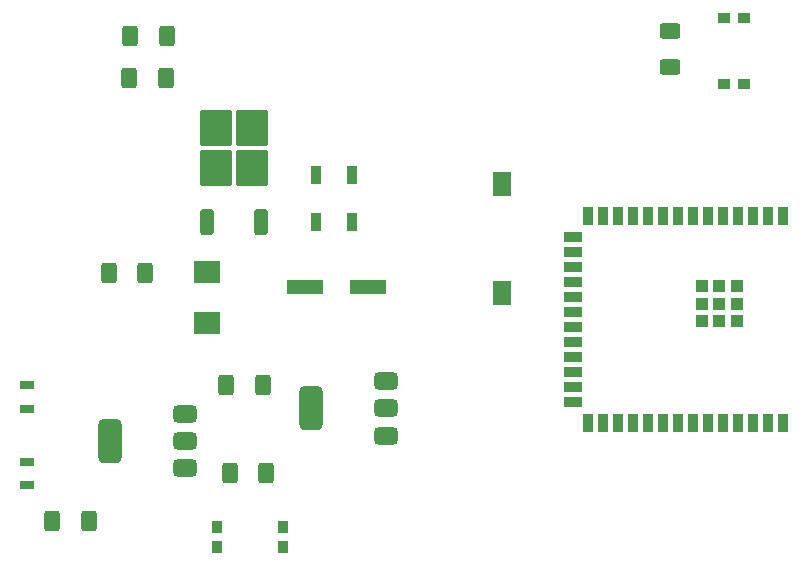
<source format=gbr>
%TF.GenerationSoftware,KiCad,Pcbnew,8.0.6*%
%TF.CreationDate,2024-11-07T12:24:51-05:00*%
%TF.ProjectId,ESP32-Uno-Board-v2,45535033-322d-4556-9e6f-2d426f617264,rev?*%
%TF.SameCoordinates,Original*%
%TF.FileFunction,Paste,Top*%
%TF.FilePolarity,Positive*%
%FSLAX46Y46*%
G04 Gerber Fmt 4.6, Leading zero omitted, Abs format (unit mm)*
G04 Created by KiCad (PCBNEW 8.0.6) date 2024-11-07 12:24:51*
%MOMM*%
%LPD*%
G01*
G04 APERTURE LIST*
G04 Aperture macros list*
%AMRoundRect*
0 Rectangle with rounded corners*
0 $1 Rounding radius*
0 $2 $3 $4 $5 $6 $7 $8 $9 X,Y pos of 4 corners*
0 Add a 4 corners polygon primitive as box body*
4,1,4,$2,$3,$4,$5,$6,$7,$8,$9,$2,$3,0*
0 Add four circle primitives for the rounded corners*
1,1,$1+$1,$2,$3*
1,1,$1+$1,$4,$5*
1,1,$1+$1,$6,$7*
1,1,$1+$1,$8,$9*
0 Add four rect primitives between the rounded corners*
20,1,$1+$1,$2,$3,$4,$5,0*
20,1,$1+$1,$4,$5,$6,$7,0*
20,1,$1+$1,$6,$7,$8,$9,0*
20,1,$1+$1,$8,$9,$2,$3,0*%
G04 Aperture macros list end*
%ADD10R,0.855600X1.600000*%
%ADD11RoundRect,0.250000X0.350000X-0.850000X0.350000X0.850000X-0.350000X0.850000X-0.350000X-0.850000X0*%
%ADD12RoundRect,0.250000X1.125000X-1.275000X1.125000X1.275000X-1.125000X1.275000X-1.125000X-1.275000X0*%
%ADD13RoundRect,0.250000X0.400000X0.625000X-0.400000X0.625000X-0.400000X-0.625000X0.400000X-0.625000X0*%
%ADD14R,1.244600X0.711200*%
%ADD15R,3.149600X1.219200*%
%ADD16R,1.600200X2.108200*%
%ADD17RoundRect,0.250000X0.625000X-0.400000X0.625000X0.400000X-0.625000X0.400000X-0.625000X-0.400000X0*%
%ADD18RoundRect,0.375000X0.625000X0.375000X-0.625000X0.375000X-0.625000X-0.375000X0.625000X-0.375000X0*%
%ADD19RoundRect,0.500000X0.500000X1.400000X-0.500000X1.400000X-0.500000X-1.400000X0.500000X-1.400000X0*%
%ADD20R,0.838200X0.990600*%
%ADD21RoundRect,0.250000X-0.400000X-0.625000X0.400000X-0.625000X0.400000X0.625000X-0.400000X0.625000X0*%
%ADD22R,0.900000X1.500000*%
%ADD23R,1.000000X1.000000*%
%ADD24R,1.500000X0.900000*%
%ADD25R,0.990600X0.838200*%
%ADD26R,2.260600X1.879600*%
G04 APERTURE END LIST*
D10*
%TO.C,C2*%
X137472199Y-119250000D03*
X140527801Y-119250000D03*
%TD*%
D11*
%TO.C,Q1*%
X128250000Y-123250000D03*
D12*
X129005000Y-118625000D03*
X132055000Y-118625000D03*
X129005000Y-115275000D03*
X132055000Y-115275000D03*
D11*
X132810000Y-123250000D03*
%TD*%
D13*
%TO.C,R6*%
X118250000Y-148500000D03*
X115150000Y-148500000D03*
%TD*%
D14*
%TO.C,D3*%
X113000000Y-139003300D03*
X113000000Y-136996700D03*
%TD*%
D15*
%TO.C,C1*%
X136570300Y-128750000D03*
X141929700Y-128750000D03*
%TD*%
D16*
%TO.C,SW2*%
X153250000Y-129250000D03*
X153250000Y-119979000D03*
%TD*%
D17*
%TO.C,R5*%
X167500000Y-110100000D03*
X167500000Y-107000000D03*
%TD*%
D13*
%TO.C,R7*%
X133000000Y-137000000D03*
X129900000Y-137000000D03*
%TD*%
D14*
%TO.C,D2*%
X113000000Y-143500000D03*
X113000000Y-145506600D03*
%TD*%
D18*
%TO.C,U3*%
X143400000Y-141300000D03*
X143400000Y-139000000D03*
X143400000Y-136700000D03*
D19*
X137100000Y-139000000D03*
%TD*%
D20*
%TO.C,BTN1*%
X134750000Y-149000000D03*
X134750000Y-150700002D03*
X129150002Y-149000000D03*
X129150002Y-150700002D03*
%TD*%
D21*
%TO.C,R1*%
X121750000Y-107500000D03*
X124850000Y-107500000D03*
%TD*%
D18*
%TO.C,U2*%
X126400000Y-144050000D03*
X126400000Y-141750000D03*
X126400000Y-139450000D03*
D19*
X120100000Y-141750000D03*
%TD*%
D22*
%TO.C,U1*%
X177010000Y-122735000D03*
D23*
X173160000Y-128625000D03*
X171660000Y-128625000D03*
X170160000Y-128625000D03*
X173160000Y-130125000D03*
X170160000Y-130125000D03*
X173160000Y-131625000D03*
X171660000Y-131625000D03*
X170160000Y-131625000D03*
D22*
X175740000Y-122735000D03*
X174470000Y-122735000D03*
X173200000Y-122735000D03*
X171930000Y-122735000D03*
X170660000Y-122735000D03*
X169390000Y-122735000D03*
X168120000Y-122735000D03*
X166850000Y-122735000D03*
X165580000Y-122735000D03*
X164310000Y-122735000D03*
X163040000Y-122735000D03*
X161770000Y-122735000D03*
X160500000Y-122735000D03*
D24*
X159250000Y-124500000D03*
X159250000Y-125770000D03*
X159250000Y-127040000D03*
X159250000Y-128310000D03*
X159250000Y-129580000D03*
X159250000Y-130850000D03*
X159250000Y-132120000D03*
X159250000Y-133390000D03*
X159250000Y-134660000D03*
X159250000Y-135930000D03*
X159250000Y-137200000D03*
X159250000Y-138470000D03*
D22*
X160500000Y-140235000D03*
X161770000Y-140235000D03*
X163040000Y-140235000D03*
X164310000Y-140235000D03*
X165580000Y-140235000D03*
X166850000Y-140235000D03*
X168120000Y-140235000D03*
X169390000Y-140235000D03*
X170660000Y-140235000D03*
X171930000Y-140235000D03*
X173200000Y-140235000D03*
X174470000Y-140235000D03*
X175740000Y-140235000D03*
X177010000Y-140235000D03*
D23*
X171660000Y-130125000D03*
%TD*%
D13*
%TO.C,R4*%
X133300000Y-144500000D03*
X130200000Y-144500000D03*
%TD*%
D25*
%TO.C,BTN2*%
X172025000Y-105950001D03*
X173725002Y-105950001D03*
X172025000Y-111549999D03*
X173725002Y-111549999D03*
%TD*%
D10*
%TO.C,C3*%
X140527801Y-123250000D03*
X137472199Y-123250000D03*
%TD*%
D21*
%TO.C,R2*%
X121700000Y-111000000D03*
X124800000Y-111000000D03*
%TD*%
D13*
%TO.C,R3*%
X123050000Y-127500000D03*
X119950000Y-127500000D03*
%TD*%
D26*
%TO.C,D1*%
X128250000Y-131803400D03*
X128250000Y-127485400D03*
%TD*%
M02*

</source>
